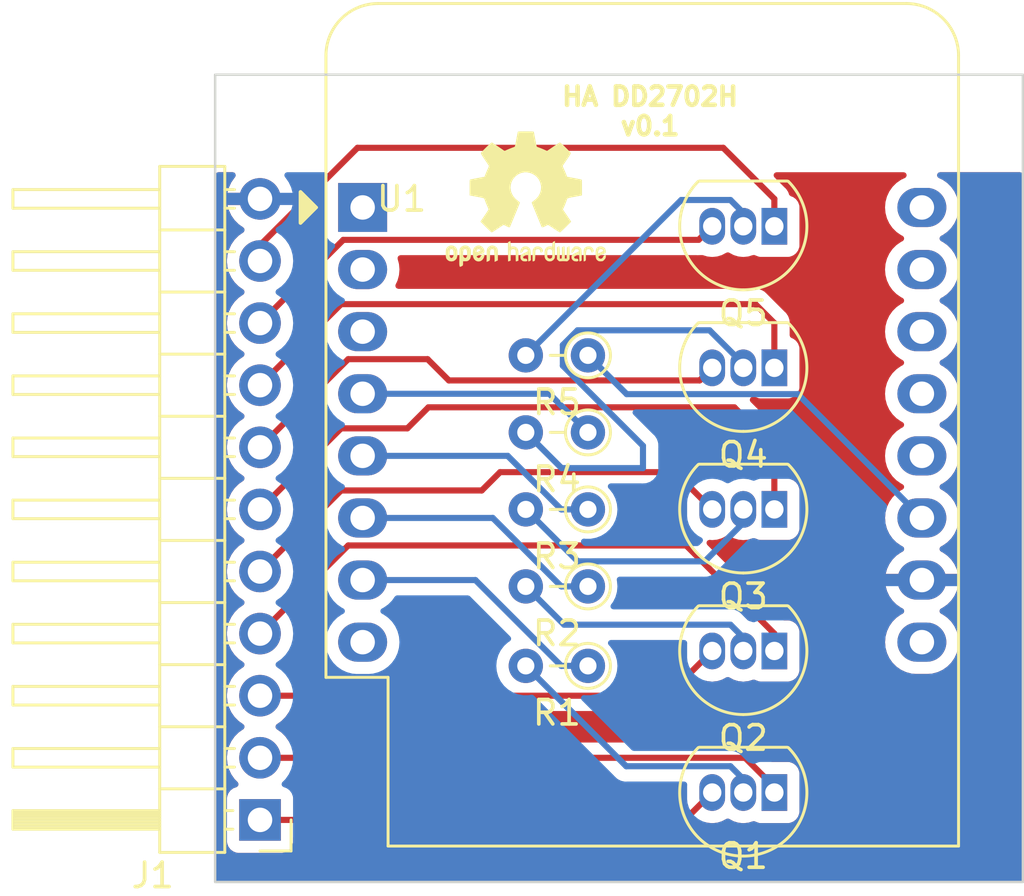
<source format=kicad_pcb>
(kicad_pcb (version 20221018) (generator pcbnew)
  (layers (0 "F.Cu" signal) (31 "B.Cu" signal) (34 "B.Paste" user) (35 "F.Paste" user) (36 "B.SilkS" user "B.Silkscreen") (37 "F.SilkS" user "F.Silkscreen") (38 "B.Mask" user) (39 "F.Mask" user) (44 "Edge.Cuts" user))
  (net 0 "")
  (net 1 "UP_E")
  (net 2 "Net-(Q1-B)")
  (net 3 "UP_C")
  (net 4 "STOP_E")
  (net 5 "Net-(Q2-B)")
  (net 6 "STOP_C")
  (net 7 "DOWN_E")
  (net 8 "Net-(Q3-B)")
  (net 9 "DOWN_C")
  (net 10 "CH_DOWN_E")
  (net 11 "Net-(Q4-B)")
  (net 12 "CH_DOWN_C")
  (net 13 "CH_UP_E")
  (net 14 "Net-(Q5-B)")
  (net 15 "CH_UP_C")
  (net 19 "GPIO14")
  (net 20 "GPIO12")
  (net 21 "GPIO13")
  (net 22 "GPIO15")
  (net 25 "GPIO2")
  (net 31 "GND")
  (footprint "Connector_PinHeader_2.54mm:PinHeader_1x11_P2.54mm_Horizontal" (layer "F.Cu") (at 88.195 99.06 180)
    (fp_text reference "J1" (at 4.385 -2.27) (layer "F.SilkS"))
    (fp_text value "Conn_01x11_Pin")
    (pad "1" thru_hole rect (at 0 0 180) (size 1.7 1.7) (drill 1) (layers "*.Cu" "*.Mask") (net 3 "UP_C"))
    (pad "2" thru_hole oval (at 0 2.54 180) (size 1.7 1.7) (drill 1) (layers "*.Cu" "*.Mask") (net 1 "UP_E"))
    (pad "3" thru_hole oval (at 0 5.08 180) (size 1.7 1.7) (drill 1) (layers "*.Cu" "*.Mask") (net 6 "STOP_C"))
    (pad "4" thru_hole oval (at 0 7.62 180) (size 1.7 1.7) (drill 1) (layers "*.Cu" "*.Mask") (net 4 "STOP_E"))
    (pad "5" thru_hole oval (at 0 10.16 180) (size 1.7 1.7) (drill 1) (layers "*.Cu" "*.Mask") (net 9 "DOWN_C"))
    (pad "6" thru_hole oval (at 0 12.7 180) (size 1.7 1.7) (drill 1) (layers "*.Cu" "*.Mask") (net 7 "DOWN_E"))
    (pad "7" thru_hole oval (at 0 15.24 180) (size 1.7 1.7) (drill 1) (layers "*.Cu" "*.Mask") (net 12 "CH_DOWN_C"))
    (pad "8" thru_hole oval (at 0 17.78 180) (size 1.7 1.7) (drill 1) (layers "*.Cu" "*.Mask") (net 10 "CH_DOWN_E"))
    (pad "9" thru_hole oval (at 0 20.32 180) (size 1.7 1.7) (drill 1) (layers "*.Cu" "*.Mask") (net 15 "CH_UP_C"))
    (pad "10" thru_hole oval (at 0 22.86 180) (size 1.7 1.7) (drill 1) (layers "*.Cu" "*.Mask") (net 13 "CH_UP_E"))
    (pad "11" thru_hole oval (at 0 25.4 180) (size 1.7 1.7) (drill 1) (layers "*.Cu" "*.Mask") (net 31 "GND"))
  )
  (footprint "Package_TO_SOT_THT:TO-92_Inline" (layer "F.Cu") (at 109.22 86.36 180)
    (fp_text reference "Q3" (at 1.27 -3.56) (layer "F.SilkS"))
    (fp_text value "2N3904")
    (pad "1" thru_hole rect (at 0 0 180) (size 1.05 1.5) (drill 0.75) (layers "*.Cu" "*.Mask") (net 7 "DOWN_E"))
    (pad "2" thru_hole oval (at 1.27 0 180) (size 1.05 1.5) (drill 0.75) (layers "*.Cu" "*.Mask") (net 8 "Net-(Q3-B)"))
    (pad "3" thru_hole oval (at 2.54 0 180) (size 1.05 1.5) (drill 0.75) (layers "*.Cu" "*.Mask") (net 9 "DOWN_C"))
  )
  (footprint "Module:WEMOS_D1_mini_light" (layer "F.Cu") (at 92.39 74.01)
    (fp_text reference "U1" (at 1.59 -0.35) (layer "F.SilkS"))
    (fp_text value "WeMos_D1_mini")
    (pad "1" thru_hole rect (at 0 0) (size 2 2) (drill 1) (layers "*.Cu" "*.Mask"))
    (pad "2" thru_hole oval (at 0 2.54) (size 2 1.6) (drill 1) (layers "*.Cu" "*.Mask"))
    (pad "3" thru_hole oval (at 0 5.08) (size 2 1.6) (drill 1) (layers "*.Cu" "*.Mask"))
    (pad "4" thru_hole oval (at 0 7.62) (size 2 1.6) (drill 1) (layers "*.Cu" "*.Mask") (net 19 "GPIO14"))
    (pad "5" thru_hole oval (at 0 10.16) (size 2 1.6) (drill 1) (layers "*.Cu" "*.Mask") (net 20 "GPIO12"))
    (pad "6" thru_hole oval (at 0 12.7) (size 2 1.6) (drill 1) (layers "*.Cu" "*.Mask") (net 21 "GPIO13"))
    (pad "7" thru_hole oval (at 0 15.24) (size 2 1.6) (drill 1) (layers "*.Cu" "*.Mask") (net 22 "GPIO15"))
    (pad "8" thru_hole oval (at 0 17.78) (size 2 1.6) (drill 1) (layers "*.Cu" "*.Mask"))
    (pad "9" thru_hole oval (at 22.86 17.78) (size 2 1.6) (drill 1) (layers "*.Cu" "*.Mask"))
    (pad "10" thru_hole oval (at 22.86 15.24) (size 2 1.6) (drill 1) (layers "*.Cu" "*.Mask") (net 31 "GND"))
    (pad "11" thru_hole oval (at 22.86 12.7) (size 2 1.6) (drill 1) (layers "*.Cu" "*.Mask") (net 25 "GPIO2"))
    (pad "12" thru_hole oval (at 22.86 10.16) (size 2 1.6) (drill 1) (layers "*.Cu" "*.Mask"))
    (pad "13" thru_hole oval (at 22.86 7.62) (size 2 1.6) (drill 1) (layers "*.Cu" "*.Mask"))
    (pad "14" thru_hole oval (at 22.86 5.08) (size 2 1.6) (drill 1) (layers "*.Cu" "*.Mask"))
    (pad "15" thru_hole oval (at 22.86 2.54) (size 2 1.6) (drill 1) (layers "*.Cu" "*.Mask"))
    (pad "16" thru_hole oval (at 22.86 0) (size 2 1.6) (drill 1) (layers "*.Cu" "*.Mask"))
  )
  (footprint "Resistor_THT:R_Axial_DIN0204_L3.6mm_D1.6mm_P2.54mm_Vertical" (layer "F.Cu") (at 101.6 80.06 180)
    (fp_text reference "R5" (at 1.27 -1.92) (layer "F.SilkS"))
    (fp_text value "R_US")
    (pad "1" thru_hole circle (at 0 0 180) (size 1.4 1.4) (drill 0.7) (layers "*.Cu" "*.Mask") (net 25 "GPIO2"))
    (pad "2" thru_hole oval (at 2.54 0 180) (size 1.4 1.4) (drill 0.7) (layers "*.Cu" "*.Mask") (net 14 "Net-(Q5-B)"))
  )
  (footprint "Package_TO_SOT_THT:TO-92_Inline" (layer "F.Cu") (at 109.22 74.78 180)
    (fp_text reference "Q5" (at 1.27 -3.56) (layer "F.SilkS"))
    (fp_text value "2N3904")
    (pad "1" thru_hole rect (at 0 0 180) (size 1.05 1.5) (drill 0.75) (layers "*.Cu" "*.Mask") (net 13 "CH_UP_E"))
    (pad "2" thru_hole oval (at 1.27 0 180) (size 1.05 1.5) (drill 0.75) (layers "*.Cu" "*.Mask") (net 14 "Net-(Q5-B)"))
    (pad "3" thru_hole oval (at 2.54 0 180) (size 1.05 1.5) (drill 0.75) (layers "*.Cu" "*.Mask") (net 15 "CH_UP_C"))
  )
  (footprint "Resistor_THT:R_Axial_DIN0204_L3.6mm_D1.6mm_P2.54mm_Vertical" (layer "F.Cu") (at 101.6 89.51 180)
    (fp_text reference "R2" (at 1.27 -1.92) (layer "F.SilkS"))
    (fp_text value "R_US")
    (pad "1" thru_hole circle (at 0 0 180) (size 1.4 1.4) (drill 0.7) (layers "*.Cu" "*.Mask") (net 21 "GPIO13"))
    (pad "2" thru_hole oval (at 2.54 0 180) (size 1.4 1.4) (drill 0.7) (layers "*.Cu" "*.Mask") (net 5 "Net-(Q2-B)"))
  )
  (footprint "Resistor_THT:R_Axial_DIN0204_L3.6mm_D1.6mm_P2.54mm_Vertical" (layer "F.Cu") (at 101.6 86.36 180)
    (fp_text reference "R3" (at 1.27 -1.92) (layer "F.SilkS"))
    (fp_text value "R_US")
    (pad "1" thru_hole circle (at 0 0 180) (size 1.4 1.4) (drill 0.7) (layers "*.Cu" "*.Mask") (net 20 "GPIO12"))
    (pad "2" thru_hole oval (at 2.54 0 180) (size 1.4 1.4) (drill 0.7) (layers "*.Cu" "*.Mask") (net 8 "Net-(Q3-B)"))
  )
  (footprint "Package_TO_SOT_THT:TO-92_Inline" (layer "F.Cu") (at 109.22 80.57 180)
    (fp_text reference "Q4" (at 1.27 -3.56) (layer "F.SilkS"))
    (fp_text value "2N3904")
    (pad "1" thru_hole rect (at 0 0 180) (size 1.05 1.5) (drill 0.75) (layers "*.Cu" "*.Mask") (net 10 "CH_DOWN_E"))
    (pad "2" thru_hole oval (at 1.27 0 180) (size 1.05 1.5) (drill 0.75) (layers "*.Cu" "*.Mask") (net 11 "Net-(Q4-B)"))
    (pad "3" thru_hole oval (at 2.54 0 180) (size 1.05 1.5) (drill 0.75) (layers "*.Cu" "*.Mask") (net 12 "CH_DOWN_C"))
  )
  (footprint "Symbol:OSHW-Logo2_7.3x6mm_SilkScreen" (layer "F.Cu") (at 99.06 73.66)
    (fp_text reference "REF**" hide)
    (fp_text value "OSHW-Logo2_7.3x6mm_SilkScreen" hide)
  )
  (footprint "Resistor_THT:R_Axial_DIN0204_L3.6mm_D1.6mm_P2.54mm_Vertical" (layer "F.Cu") (at 101.6 92.76 180)
    (fp_text reference "R1" (at 1.27 -1.92) (layer "F.SilkS"))
    (fp_text value "R_US")
    (pad "1" thru_hole circle (at 0 0 180) (size 1.4 1.4) (drill 0.7) (layers "*.Cu" "*.Mask") (net 22 "GPIO15"))
    (pad "2" thru_hole oval (at 2.54 0 180) (size 1.4 1.4) (drill 0.7) (layers "*.Cu" "*.Mask") (net 2 "Net-(Q1-B)"))
  )
  (footprint "Package_TO_SOT_THT:TO-92_Inline" (layer "F.Cu") (at 109.22 97.94 180)
    (fp_text reference "Q1" (at 1.27 -2.6) (layer "F.SilkS"))
    (fp_text value "2N3904")
    (pad "1" thru_hole rect (at 0 0 180) (size 1.05 1.5) (drill 0.75) (layers "*.Cu" "*.Mask") (net 1 "UP_E"))
    (pad "2" thru_hole oval (at 1.27 0 180) (size 1.05 1.5) (drill 0.75) (layers "*.Cu" "*.Mask") (net 2 "Net-(Q1-B)"))
    (pad "3" thru_hole oval (at 2.54 0 180) (size 1.05 1.5) (drill 0.75) (layers "*.Cu" "*.Mask") (net 3 "UP_C"))
  )
  (footprint "Package_TO_SOT_THT:TO-92_Inline" (layer "F.Cu") (at 109.22 92.15 180)
    (fp_text reference "Q2" (at 1.27 -3.56) (layer "F.SilkS"))
    (fp_text value "2N3904")
    (pad "1" thru_hole rect (at 0 0 180) (size 1.05 1.5) (drill 0.75) (layers "*.Cu" "*.Mask") (net 4 "STOP_E"))
    (pad "2" thru_hole oval (at 1.27 0 180) (size 1.05 1.5) (drill 0.75) (layers "*.Cu" "*.Mask") (net 5 "Net-(Q2-B)"))
    (pad "3" thru_hole oval (at 2.54 0 180) (size 1.05 1.5) (drill 0.75) (layers "*.Cu" "*.Mask") (net 6 "STOP_C"))
  )
  (footprint "Resistor_THT:R_Axial_DIN0204_L3.6mm_D1.6mm_P2.54mm_Vertical" (layer "F.Cu") (at 101.6 83.21 180)
    (fp_text reference "R4" (at 1.27 -1.92) (layer "F.SilkS"))
    (fp_text value "R_US")
    (pad "1" thru_hole circle (at 0 0 180) (size 1.4 1.4) (drill 0.7) (layers "*.Cu" "*.Mask") (net 19 "GPIO14"))
    (pad "2" thru_hole oval (at 2.54 0 180) (size 1.4 1.4) (drill 0.7) (layers "*.Cu" "*.Mask") (net 11 "Net-(Q4-B)"))
  )
  (gr_rect (start 86.36 68.58) (end 119.38 101.6) (stroke (width 0.1)) (fill none) (layer "Edge.Cuts"))
  (gr_text "HA DD2702H\nv0.1" (at 104.14 71.12) (layer "F.SilkS") (effects (font (size 0.75 0.75) (thickness 0.1875) bold) (justify bottom)))
  (segment (start 108.025 96.52) (end 109.22 97.715) (width 0.25) (layer "F.Cu") (net 1))
  (segment (start 88.195 96.52) (end 108.025 96.52) (width 0.25) (layer "F.Cu") (net 1))
  (segment (start 109.22 97.715) (end 109.22 97.94) (width 0.25) (layer "F.Cu") (net 1))
  (segment (start 107.95 97.39) (end 107.95 97.94) (width 0.25) (layer "B.Cu") (net 2))
  (segment (start 99.06 92.76) (end 103.165 96.865) (width 0.25) (layer "B.Cu") (net 2))
  (segment (start 103.165 96.865) (end 107.425 96.865) (width 0.25) (layer "B.Cu") (net 2))
  (segment (start 107.425 96.865) (end 107.95 97.39) (width 0.25) (layer "B.Cu") (net 2))
  (segment (start 105.56 99.06) (end 106.68 97.94) (width 0.25) (layer "F.Cu") (net 3))
  (segment (start 88.195 99.06) (end 105.56 99.06) (width 0.25) (layer "F.Cu") (net 3))
  (segment (start 105.615 87.835) (end 109.22 91.44) (width 0.25) (layer "F.Cu") (net 4))
  (segment (start 109.22 91.44) (end 109.22 92.15) (width 0.25) (layer "F.Cu") (net 4))
  (segment (start 88.195 91.44) (end 91.8 87.835) (width 0.25) (layer "F.Cu") (net 4))
  (segment (start 91.8 87.835) (end 105.615 87.835) (width 0.25) (layer "F.Cu") (net 4))
  (segment (start 107.95 91.6) (end 107.95 92.15) (width 0.25) (layer "B.Cu") (net 5))
  (segment (start 100.625 91.075) (end 107.425 91.075) (width 0.25) (layer "B.Cu") (net 5))
  (segment (start 107.425 91.075) (end 107.95 91.6) (width 0.25) (layer "B.Cu") (net 5))
  (segment (start 99.06 89.51) (end 100.625 91.075) (width 0.25) (layer "B.Cu") (net 5))
  (segment (start 88.195 93.98) (end 104.85 93.98) (width 0.25) (layer "F.Cu") (net 6))
  (segment (start 104.85 93.98) (end 106.68 92.15) (width 0.25) (layer "F.Cu") (net 6))
  (segment (start 91.51 83.045) (end 94.218604 83.045) (width 0.25) (layer "F.Cu") (net 7))
  (segment (start 107.585 82.185) (end 109.22 83.82) (width 0.25) (layer "F.Cu") (net 7))
  (segment (start 94.218604 83.045) (end 95.078604 82.185) (width 0.25) (layer "F.Cu") (net 7))
  (segment (start 95.078604 82.185) (end 107.585 82.185) (width 0.25) (layer "F.Cu") (net 7))
  (segment (start 109.22 83.82) (end 109.22 86.36) (width 0.25) (layer "F.Cu") (net 7))
  (segment (start 88.195 86.36) (end 91.51 83.045) (width 0.25) (layer "F.Cu") (net 7))
  (segment (start 99.06 86.36) (end 101.185 88.485) (width 0.25) (layer "B.Cu") (net 8))
  (segment (start 101.185 88.485) (end 106.375 88.485) (width 0.25) (layer "B.Cu") (net 8))
  (segment (start 107.95 86.91) (end 107.95 86.36) (width 0.25) (layer "B.Cu") (net 8))
  (segment (start 106.375 88.485) (end 107.95 86.91) (width 0.25) (layer "B.Cu") (net 8))
  (segment (start 97.26 85.585) (end 98.008604 84.836396) (width 0.25) (layer "F.Cu") (net 9))
  (segment (start 98.008604 84.836396) (end 105.156396 84.836396) (width 0.25) (layer "F.Cu") (net 9))
  (segment (start 105.156396 84.836396) (end 106.68 86.36) (width 0.25) (layer "F.Cu") (net 9))
  (segment (start 88.195 88.9) (end 91.51 85.585) (width 0.25) (layer "F.Cu") (net 9))
  (segment (start 91.51 85.585) (end 97.26 85.585) (width 0.25) (layer "F.Cu") (net 9))
  (segment (start 109.22 78.74) (end 109.22 80.57) (width 0.25) (layer "F.Cu") (net 10))
  (segment (start 88.195 81.28) (end 91.51 77.965) (width 0.25) (layer "F.Cu") (net 10))
  (segment (start 91.51 77.965) (end 108.445 77.965) (width 0.25) (layer "F.Cu") (net 10))
  (segment (start 108.445 77.965) (end 109.22 78.74) (width 0.25) (layer "F.Cu") (net 10))
  (segment (start 107.95 80.412918) (end 107.95 80.57) (width 0.25) (layer "B.Cu") (net 11))
  (segment (start 100.575 79.635431) (end 101.175431 79.035) (width 0.25) (layer "B.Cu") (net 11))
  (segment (start 103.85 83.759569) (end 100.575 80.484569) (width 0.25) (layer "B.Cu") (net 11))
  (segment (start 100.52 84.67) (end 103.85 84.67) (width 0.25) (layer "B.Cu") (net 11))
  (segment (start 106.572082 79.035) (end 107.95 80.412918) (width 0.25) (layer "B.Cu") (net 11))
  (segment (start 99.06 83.21) (end 100.52 84.67) (width 0.25) (layer "B.Cu") (net 11))
  (segment (start 100.575 80.484569) (end 100.575 79.635431) (width 0.25) (layer "B.Cu") (net 11))
  (segment (start 101.175431 79.035) (end 106.572082 79.035) (width 0.25) (layer "B.Cu") (net 11))
  (segment (start 103.85 84.67) (end 103.85 83.759569) (width 0.25) (layer "B.Cu") (net 11))
  (segment (start 91.8 80.215) (end 95.045 80.215) (width 0.25) (layer "F.Cu") (net 12))
  (segment (start 88.195 83.82) (end 91.8 80.215) (width 0.25) (layer "F.Cu") (net 12))
  (segment (start 95.915 81.085) (end 106.165 81.085) (width 0.25) (layer "F.Cu") (net 12))
  (segment (start 95.045 80.215) (end 95.915 81.085) (width 0.25) (layer "F.Cu") (net 12))
  (segment (start 106.165 81.085) (end 106.68 80.57) (width 0.25) (layer "F.Cu") (net 12))
  (segment (start 109.22 73.66) (end 109.22 74.78) (width 0.25) (layer "F.Cu") (net 13))
  (segment (start 107.13 71.57) (end 109.22 73.66) (width 0.25) (layer "F.Cu") (net 13))
  (segment (start 92.18 71.57) (end 107.13 71.57) (width 0.25) (layer "F.Cu") (net 13))
  (segment (start 88.195 76.2) (end 88.195 75.555) (width 0.25) (layer "F.Cu") (net 13))
  (segment (start 88.195 75.555) (end 92.18 71.57) (width 0.25) (layer "F.Cu") (net 13))
  (segment (start 107.95 74.23) (end 107.95 74.78) (width 0.25) (layer "B.Cu") (net 14))
  (segment (start 107.425 73.705) (end 107.95 74.23) (width 0.25) (layer "B.Cu") (net 14))
  (segment (start 105.415 73.705) (end 107.425 73.705) (width 0.25) (layer "B.Cu") (net 14))
  (segment (start 99.06 80.06) (end 105.415 73.705) (width 0.25) (layer "B.Cu") (net 14))
  (segment (start 106.125 75.335) (end 106.68 74.78) (width 0.25) (layer "F.Cu") (net 15))
  (segment (start 88.195 78.74) (end 91.6 75.335) (width 0.25) (layer "F.Cu") (net 15))
  (segment (start 91.6 75.335) (end 106.125 75.335) (width 0.25) (layer "F.Cu") (net 15))
  (segment (start 100.02 81.63) (end 101.6 83.21) (width 0.25) (layer "B.Cu") (net 19))
  (segment (start 92.39 81.63) (end 100.02 81.63) (width 0.25) (layer "B.Cu") (net 19))
  (segment (start 92.39 84.17) (end 98.319569 84.17) (width 0.25) (layer "B.Cu") (net 20))
  (segment (start 98.319569 84.17) (end 100.509569 86.36) (width 0.25) (layer "B.Cu") (net 20))
  (segment (start 100.509569 86.36) (end 101.6 86.36) (width 0.25) (layer "B.Cu") (net 20))
  (segment (start 97.709569 86.71) (end 100.509569 89.51) (width 0.25) (layer "B.Cu") (net 21))
  (segment (start 92.39 86.71) (end 97.709569 86.71) (width 0.25) (layer "B.Cu") (net 21))
  (segment (start 100.509569 89.51) (end 101.6 89.51) (width 0.25) (layer "B.Cu") (net 21))
  (segment (start 100.509569 92.76) (end 101.6 92.76) (width 0.25) (layer "B.Cu") (net 22))
  (segment (start 92.39 89.25) (end 96.999569 89.25) (width 0.25) (layer "B.Cu") (net 22))
  (segment (start 96.999569 89.25) (end 100.509569 92.76) (width 0.25) (layer "B.Cu") (net 22))
  (segment (start 110.185 81.645) (end 103.185 81.645) (width 0.25) (layer "B.Cu") (net 25))
  (segment (start 115.25 86.71) (end 110.185 81.645) (width 0.25) (layer "B.Cu") (net 25))
  (segment (start 103.185 81.645) (end 101.6 80.06) (width 0.25) (layer "B.Cu") (net 25))
  (zone (net 31) (net_name "GND") (layers "F&B.Cu") (name "GND") (connect_pads (clearance 0.5)) (min_thickness 0.25) (fill yes (thermal_gap 0.5) (thermal_bridge_width 0.5))
    (polygon (pts (xy 86.372612 72.568346) (xy 86.36 101.6) (xy 119.38 101.6) (xy 119.392612 72.568346)))
  )
)
</source>
